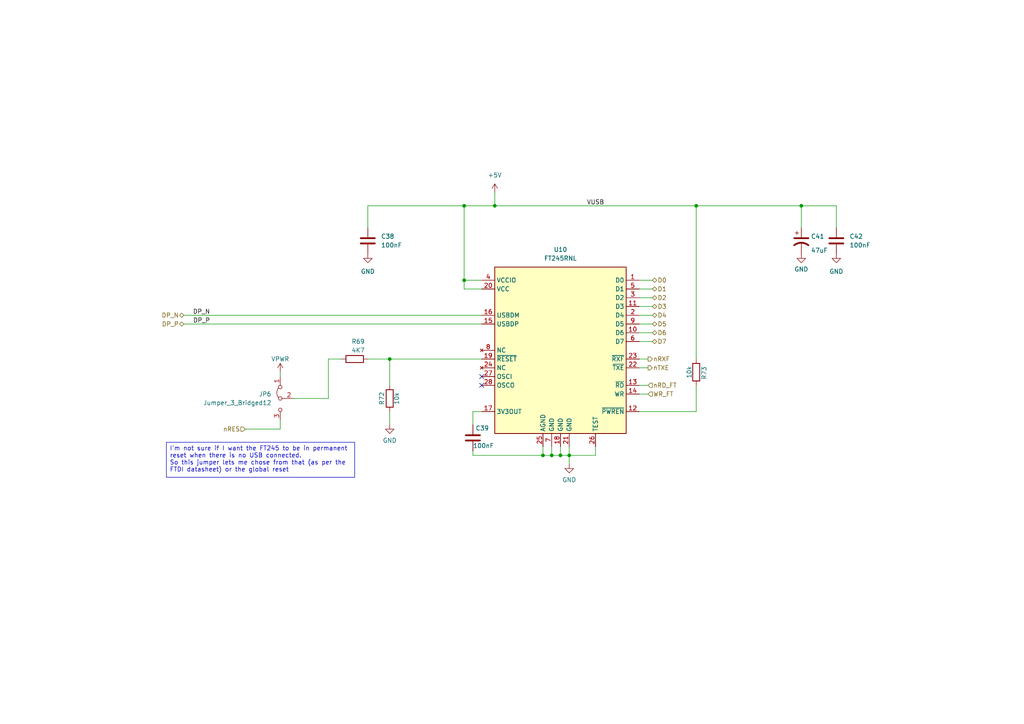
<source format=kicad_sch>
(kicad_sch (version 20250114) (generator "eeschema") (generator_version "9.0")
  (paper "A4")
  (lib_symbols
    (symbol "Device:C" (pin_numbers (hide yes)) (pin_names (offset 0.254))
      (property "Reference" "C" (at 0.635 2.54 0))
      (property "Value" "C" (at 0.635 -2.54 0))
      (symbol "C_0_1"
        (polyline (pts (xy -2.032 0.762) (xy 2.032 0.762)) (stroke (width 0.508)))
        (polyline (pts (xy -2.032 -0.762) (xy 2.032 -0.762)) (stroke (width 0.508)))
      )
      (symbol "C_1_1"
        (pin passive line (at 0 3.81 270) (length 2.794) (name "~") (number "1"))
        (pin passive line (at 0 -3.81 90) (length 2.794) (name "~") (number "2"))
      )
    )
    (symbol "Device:C_Polarized_US" (pin_numbers (hide yes)) (pin_names (offset 0.254) (hide yes))
      (property "Reference" "C" (at 0.635 2.54 0))
      (property "Value" "C_Polarized_US" (at 0.635 -2.54 0))
      (symbol "C_Polarized_US_0_1"
        (polyline (pts (xy -2.032 0.762) (xy 2.032 0.762)) (stroke (width 0.508)))
        (polyline (pts (xy -1.778 2.286) (xy -0.762 2.286)))
        (polyline (pts (xy -1.27 1.778) (xy -1.27 2.794)))
        (arc (start -2.032 -1.27) (mid 0 -0.5572) (end 2.032 -1.27) (stroke (width 0.508)))
      )
      (symbol "C_Polarized_US_1_1"
        (pin passive line (at 0 3.81 270) (length 2.794) (name "~") (number "1"))
        (pin passive line (at 0 -3.81 90) (length 3.302) (name "~") (number "2"))
      )
    )
    (symbol "Device:R" (pin_numbers (hide yes)) (pin_names (offset 0))
      (property "Reference" "R" (at 2.032 0 90))
      (property "Value" "R" (at 0 0 90))
      (symbol "R_0_1"
        (rectangle (start -1.016 -2.54) (end 1.016 2.54) (stroke (width 0.254)))
      )
      (symbol "R_1_1"
        (pin passive line (at 0 3.81 270) (length 1.27) (name "~") (number "1"))
        (pin passive line (at 0 -3.81 90) (length 1.27) (name "~") (number "2"))
      )
    )
    (symbol "Jaynes Stuff:FT245RNL"
      (property "Reference" "U" (at -19.05 25.4 0))
      (property "Value" "FT245RNL" (at 10.16 25.4 0))
      (symbol "FT245RNL_0_1"
        (rectangle (start -19.05 24.13) (end 19.05 -24.13) (stroke (width 0.254)) (fill (type background)))
      )
      (symbol "FT245RNL_1_1"
        (pin power_in line (at -22.86 20.32 0) (length 3.81) (name "VCCIO") (number "4"))
        (pin power_in line (at -22.86 17.78 0) (length 3.81) (name "VCC") (number "20"))
        (pin bidirectional line (at -22.86 10.16 0) (length 3.81) (name "USBDM") (number "16"))
        (pin bidirectional line (at -22.86 7.62 0) (length 3.81) (name "USBDP") (number "15"))
        (pin no_connect line (at -22.86 0 0) (length 3.81) (name "NC") (number "8"))
        (pin input line (at -22.86 -2.54 0) (length 3.81) (name "~{RESET}") (number "19"))
        (pin no_connect line (at -22.86 -5.08 0) (length 3.81) (name "NC") (number "24"))
        (pin input line (at -22.86 -7.62 0) (length 3.81) (name "OSCI") (number "27"))
        (pin output line (at -22.86 -10.16 0) (length 3.81) (name "OSCO") (number "28"))
        (pin power_out line (at -22.86 -17.78 0) (length 3.81) (name "3V3OUT") (number "17"))
        (pin power_in line (at -5.08 -27.94 90) (length 3.81) (name "AGND") (number "25"))
        (pin power_in line (at -2.54 -27.94 90) (length 3.81) (name "GND") (number "7"))
        (pin power_in line (at 0 -27.94 90) (length 3.81) (name "GND") (number "18"))
        (pin power_in line (at 2.54 -27.94 90) (length 3.81) (name "GND") (number "21"))
        (pin input line (at 10.16 -27.94 90) (length 3.81) (name "TEST") (number "26"))
        (pin bidirectional line (at 22.86 20.32 180) (length 3.81) (name "D0") (number "1"))
        (pin bidirectional line (at 22.86 17.78 180) (length 3.81) (name "D1") (number "5"))
        (pin bidirectional line (at 22.86 15.24 180) (length 3.81) (name "D2") (number "3"))
        (pin bidirectional line (at 22.86 12.7 180) (length 3.81) (name "D3") (number "11"))
        (pin bidirectional line (at 22.86 10.16 180) (length 3.81) (name "D4") (number "2"))
        (pin bidirectional line (at 22.86 7.62 180) (length 3.81) (name "D5") (number "9"))
        (pin bidirectional line (at 22.86 5.08 180) (length 3.81) (name "D6") (number "10"))
        (pin bidirectional line (at 22.86 2.54 180) (length 3.81) (name "D7") (number "6"))
        (pin output line (at 22.86 -2.54 180) (length 3.81) (name "~{RXF}") (number "23"))
        (pin output line (at 22.86 -5.08 180) (length 3.81) (name "~{TXE}") (number "22"))
        (pin input line (at 22.86 -10.16 180) (length 3.81) (name "~{RD}") (number "13"))
        (pin input line (at 22.86 -12.7 180) (length 3.81) (name "WR") (number "14"))
        (pin output line (at 22.86 -17.78 180) (length 3.81) (name "~{PWREN}") (number "12"))
      )
    )
    (symbol "Jumper:Jumper_3_Bridged12" (pin_names (offset 0) (hide yes)) (in_bom no)
      (property "Reference" "JP" (at -2.54 -2.54 0))
      (property "Value" "Jumper_3_Bridged12" (at 0 2.794 0))
      (symbol "Jumper_3_Bridged12_0_0"
        (circle (center -3.302 0) (radius 0.508))
        (circle (center 0 0) (radius 0.508))
        (circle (center 3.302 0) (radius 0.508))
      )
      (symbol "Jumper_3_Bridged12_0_1"
        (arc (start -3.048 0.508) (mid -1.651 0.9912) (end -0.254 0.508))
        (polyline (pts (xy 0 -1.27) (xy 0 -0.508)))
      )
      (symbol "Jumper_3_Bridged12_1_1"
        (pin passive line (at -6.35 0 0) (length 2.54) (name "A") (number "1"))
        (pin passive line (at 0 -3.81 90) (length 2.54) (name "C") (number "2"))
        (pin passive line (at 6.35 0 180) (length 2.54) (name "B") (number "3"))
      )
    )
    (symbol "power:+3.3V" (power) (pin_names (offset 0))
      (property "Value" "+3.3V" (at 0 3.556 0))
      (symbol "+3.3V_0_1"
        (polyline (pts (xy -0.762 1.27) (xy 0 2.54)))
        (polyline (pts (xy 0 2.54) (xy 0.762 1.27)))
        (polyline (pts (xy 0 0) (xy 0 2.54)))
      )
      (symbol "+3.3V_1_1"
        (pin power_in line (at 0 0 90) (length 0) (hide yes) (name "+3.3V") (number "1"))
      )
    )
    (symbol "power:+5V" (power) (pin_names (offset 0))
      (property "Value" "+5V" (at 0 3.556 0))
      (symbol "+5V_0_1"
        (polyline (pts (xy -0.762 1.27) (xy 0 2.54)))
        (polyline (pts (xy 0 2.54) (xy 0.762 1.27)))
        (polyline (pts (xy 0 0) (xy 0 2.54)))
      )
      (symbol "+5V_1_1"
        (pin power_in line (at 0 0 90) (length 0) (hide yes) (name "+5V") (number "1"))
      )
    )
    (symbol "power:GND" (power) (pin_names (offset 0))
      (property "Value" "GND" (at 0 -3.81 0))
      (symbol "GND_0_1"
        (polyline (pts (xy 0 0) (xy 0 -1.27) (xy 1.27 -1.27) (xy 0 -2.54) (xy -1.27 -1.27) (xy 0 -1.27)))
      )
      (symbol "GND_1_1"
        (pin power_in line (at 0 0 270) (length 0) (hide yes) (name "GND") (number "1"))
      )
    )
  )
  (text_box "I'm not sure if I want the FT245 to be in permanent reset when there is no USB connected.\nSo this jumper lets me chose from that (as per the FTDI datasheet) or the global reset" (at 48.26 128.27 0) (size 54.61 10.16) (margins 0.9525 0.9525 0.9525 0.9525) (effects (font (size 1.27 1.27)) (justify left top)))
  (junction (at 162.56 132.08))
  (junction (at 160.02 132.08))
  (junction (at 232.41 59.69))
  (junction (at 165.1 132.08))
  (junction (at 201.93 59.69))
  (junction (at 157.48 132.08))
  (junction (at 113.03 104.14))
  (junction (at 134.62 81.28))
  (junction (at 134.62 59.69))
  (junction (at 143.51 59.69))
  (no_connect (at 139.7 111.76))
  (no_connect (at 139.7 109.22))
  (wire (pts (xy 137.16 132.08) (xy 137.16 130.81)))
  (wire (pts (xy 134.62 81.28) (xy 139.7 81.28)))
  (wire (pts (xy 162.56 129.54) (xy 162.56 132.08)))
  (wire (pts (xy 187.96 111.76) (xy 185.42 111.76)))
  (wire (pts (xy 187.96 104.14) (xy 185.42 104.14)))
  (wire (pts (xy 85.09 115.57) (xy 95.25 115.57)))
  (wire (pts (xy 143.51 55.88) (xy 143.51 59.69)))
  (wire (pts (xy 157.48 132.08) (xy 137.16 132.08)))
  (wire (pts (xy 71.12 124.46) (xy 81.28 124.46)))
  (wire (pts (xy 201.93 59.69) (xy 201.93 104.14)))
  (wire (pts (xy 157.48 132.08) (xy 160.02 132.08)))
  (wire (pts (xy 134.62 59.69) (xy 134.62 81.28)))
  (wire (pts (xy 106.68 104.14) (xy 113.03 104.14)))
  (wire (pts (xy 81.28 109.22) (xy 81.28 107.95)))
  (wire (pts (xy 189.23 96.52) (xy 185.42 96.52)))
  (wire (pts (xy 106.68 59.69) (xy 106.68 66.04)))
  (wire (pts (xy 189.23 83.82) (xy 185.42 83.82)))
  (wire (pts (xy 189.23 93.98) (xy 185.42 93.98)))
  (wire (pts (xy 113.03 104.14) (xy 113.03 111.76)))
  (wire (pts (xy 113.03 119.38) (xy 113.03 123.19)))
  (wire (pts (xy 165.1 132.08) (xy 165.1 134.62)))
  (wire (pts (xy 95.25 115.57) (xy 95.25 104.14)))
  (wire (pts (xy 143.51 59.69) (xy 201.93 59.69)))
  (wire (pts (xy 232.41 59.69) (xy 242.57 59.69)))
  (wire (pts (xy 172.72 129.54) (xy 172.72 132.08)))
  (wire (pts (xy 81.28 124.46) (xy 81.28 121.92)))
  (wire (pts (xy 165.1 132.08) (xy 172.72 132.08)))
  (wire (pts (xy 134.62 59.69) (xy 143.51 59.69)))
  (wire (pts (xy 189.23 81.28) (xy 185.42 81.28)))
  (wire (pts (xy 189.23 91.44) (xy 185.42 91.44)))
  (wire (pts (xy 53.34 93.98) (xy 139.7 93.98)))
  (wire (pts (xy 189.23 88.9) (xy 185.42 88.9)))
  (wire (pts (xy 187.96 114.3) (xy 185.42 114.3)))
  (wire (pts (xy 160.02 129.54) (xy 160.02 132.08)))
  (wire (pts (xy 137.16 119.38) (xy 139.7 119.38)))
  (wire (pts (xy 137.16 123.19) (xy 137.16 119.38)))
  (wire (pts (xy 232.41 59.69) (xy 232.41 66.04)))
  (wire (pts (xy 134.62 81.28) (xy 134.62 83.82)))
  (wire (pts (xy 165.1 129.54) (xy 165.1 132.08)))
  (wire (pts (xy 134.62 83.82) (xy 139.7 83.82)))
  (wire (pts (xy 201.93 119.38) (xy 185.42 119.38)))
  (wire (pts (xy 157.48 129.54) (xy 157.48 132.08)))
  (wire (pts (xy 106.68 59.69) (xy 134.62 59.69)))
  (wire (pts (xy 162.56 132.08) (xy 165.1 132.08)))
  (wire (pts (xy 95.25 104.14) (xy 99.06 104.14)))
  (wire (pts (xy 201.93 111.76) (xy 201.93 119.38)))
  (wire (pts (xy 189.23 86.36) (xy 185.42 86.36)))
  (wire (pts (xy 187.96 106.68) (xy 185.42 106.68)))
  (wire (pts (xy 189.23 99.06) (xy 185.42 99.06)))
  (wire (pts (xy 201.93 59.69) (xy 232.41 59.69)))
  (wire (pts (xy 139.7 104.14) (xy 113.03 104.14)))
  (wire (pts (xy 160.02 132.08) (xy 162.56 132.08)))
  (wire (pts (xy 242.57 59.69) (xy 242.57 66.04)))
  (wire (pts (xy 53.34 91.44) (xy 139.7 91.44)))
  (label "VUSB" (at 170.18 59.69 0))
  (label "DP_N" (at 60.96 91.44 180))
  (label "DP_P" (at 60.96 93.98 180))
  (hierarchical_label "D0" (shape bidirectional) (at 189.23 81.28 0))
  (hierarchical_label "WR_FT" (shape input) (at 187.96 114.3 0))
  (hierarchical_label "D6" (shape bidirectional) (at 189.23 96.52 0))
  (hierarchical_label "nRD_FT" (shape input) (at 187.96 111.76 0))
  (hierarchical_label "DP_N" (shape bidirectional) (at 53.34 91.44 180))
  (hierarchical_label "nRES" (shape input) (at 71.12 124.46 180))
  (hierarchical_label "D5" (shape bidirectional) (at 189.23 93.98 0))
  (hierarchical_label "D4" (shape bidirectional) (at 189.23 91.44 0))
  (hierarchical_label "DP_P" (shape bidirectional) (at 53.34 93.98 180))
  (hierarchical_label "D2" (shape bidirectional) (at 189.23 86.36 0))
  (hierarchical_label "nRXF" (shape output) (at 187.96 104.14 0))
  (hierarchical_label "D7" (shape bidirectional) (at 189.23 99.06 0))
  (hierarchical_label "nTXE" (shape output) (at 187.96 106.68 0))
  (hierarchical_label "D3" (shape bidirectional) (at 189.23 88.9 0))
  (hierarchical_label "D1" (shape bidirectional) (at 189.23 83.82 0))
  (symbol (lib_id "Jumper:Jumper_3_Bridged12") (at 81.28 115.57 90) (mirror x) (unit 1) (in_bom no)
    (property "Reference" "JP6" (at 78.74 114.2999 90) (effects (justify left)))
    (property "Value" "Jumper_3_Bridged12" (at 78.74 116.8399 90) (effects (justify left)))
    (property "Footprint" "Jumper:SolderJumper-3_P1.3mm_Bridged2Bar12_RoundedPad1.0x1.5mm" (effects (hide yes)))
    (property "Description" "Jumper, 3-pole, pins 1+2 closed/bridged" (effects (hide yes)))
  )
  (symbol (lib_id "power:GND") (at 113.03 123.19 0) (unit 1)
    (property "Reference" "#PWR0152" (effects (hide yes)))
    (property "Value" "GND" (at 113.03 127.7525 0))
  )
  (symbol (lib_id "Device:C") (at 137.16 127 0) (unit 1)
    (property "Reference" "C39" (at 137.922 124.206 0) (effects (justify left)))
    (property "Value" "100nF" (at 137.16 129.286 0) (effects (justify left)))
    (property "Footprint" "Capacitor_SMD:C_0402_1005Metric" (effects (hide yes)))
    (property "LCSC" "C113803" (effects (hide yes)))
  )
  (symbol (lib_id "power:+3.3V") (at 81.28 107.95 0) (unit 1)
    (property "Reference" "#PWR0153" (effects (hide yes)))
    (property "Value" "VPWR" (at 81.28 104.14 0))
  )
  (symbol (lib_id "power:GND") (at 232.41 73.66 0) (unit 1)
    (property "Reference" "#PWR0159" (effects (hide yes)))
    (property "Value" "GND" (at 232.41 78.105 0))
  )
  (symbol (lib_id "power:GND") (at 242.57 73.66 0) (unit 1)
    (property "Reference" "#PWR0160" (effects (hide yes)))
    (property "Value" "GND" (at 242.57 78.74 0))
  )
  (symbol (lib_id "Device:R") (at 102.87 104.14 90) (mirror x) (unit 1)
    (property "Reference" "R69" (at 103.886 99.06 90))
    (property "Value" "4K7" (at 103.886 101.6 90))
    (property "Footprint" "Resistor_SMD:R_0402_1005Metric" (effects (hide yes)))
  )
  (symbol (lib_id "Jaynes Stuff:FT245RNL") (at 162.56 101.6 0) (unit 1)
    (property "Reference" "U10" (at 162.56 72.39 0))
    (property "Value" "FT245RNL" (at 162.56 74.93 0))
    (property "Footprint" "Package_SO:SSOP-28_5.3x10.2mm_P0.65mm" (effects (hide yes)))
    (property "Datasheet" "https://www.ftdichip.com/Support/Documents/DataSheets/ICs/DS_FT245BM.pdf" (effects (hide yes)))
    (property "Description" "Full Speed USB to 8-Bit FIFO, LQFP-32" (effects (hide yes)))
    (property "LCSC" "DNF" (effects (hide yes)))
    (property "Mouser Part Number" "895-FT245RNL-REEL" (effects (hide yes)))
  )
  (symbol (lib_id "Device:C_Polarized_US") (at 232.41 69.85 0) (unit 1)
    (property "Reference" "C41" (at 235.204 68.58 0) (effects (justify left)))
    (property "Value" "47uF" (at 235.204 72.644 0) (effects (justify left)))
    (property "Footprint" "Capacitor_SMD:C_1206_3216Metric" (effects (hide yes)))
    (property "LCSC" "C22367835" (effects (hide yes)))
  )
  (symbol (lib_id "power:GND") (at 106.68 73.66 0) (unit 1)
    (property "Reference" "#PWR0156" (effects (hide yes)))
    (property "Value" "GND" (at 106.68 78.74 0))
  )
  (symbol (lib_id "Device:R") (at 113.03 115.57 0) (unit 1)
    (property "Reference" "R72" (at 110.744 115.57 90))
    (property "Value" "10k" (at 115.062 115.57 90))
    (property "Footprint" "Resistor_SMD:R_0402_1005Metric" (effects (hide yes)))
    (property "LCSC" "C25744" (effects (hide yes)))
  )
  (symbol (lib_id "Device:R") (at 201.93 107.95 180) (unit 1)
    (property "Reference" "R73" (at 204.216 108.204 90))
    (property "Value" "10k" (at 199.898 107.95 90))
    (property "Footprint" "Resistor_SMD:R_0402_1005Metric" (effects (hide yes)))
    (property "LCSC" "C25744" (effects (hide yes)))
  )
  (symbol (lib_id "power:+5V") (at 143.51 55.88 0) (mirror y) (unit 1)
    (property "Reference" "#PWR0238" (effects (hide yes)))
    (property "Value" "+5V" (at 143.51 50.8 0))
  )
  (symbol (lib_id "power:GND") (at 165.1 134.62 0) (unit 1)
    (property "Reference" "#PWR0157" (effects (hide yes)))
    (property "Value" "GND" (at 165.1 139.1825 0))
  )
  (symbol (lib_id "Device:C") (at 106.68 69.85 0) (unit 1)
    (property "Reference" "C38" (at 110.49 68.5799 0) (effects (justify left)))
    (property "Value" "100nF" (at 110.49 71.1199 0) (effects (justify left)))
    (property "Footprint" "Capacitor_SMD:C_0402_1005Metric" (effects (hide yes)))
    (property "Description" "Unpolarized capacitor" (effects (hide yes)))
    (property "LCSC" "C49678" (effects (hide yes)))
  )
  (symbol (lib_id "Device:C") (at 242.57 69.85 0) (unit 1)
    (property "Reference" "C42" (at 246.38 68.5799 0) (effects (justify left)))
    (property "Value" "100nF" (at 246.38 71.1199 0) (effects (justify left)))
    (property "Footprint" "Capacitor_SMD:C_0402_1005Metric" (effects (hide yes)))
    (property "Description" "Unpolarized capacitor" (effects (hide yes)))
    (property "LCSC" "C49678" (effects (hide yes)))
  )
)
</source>
